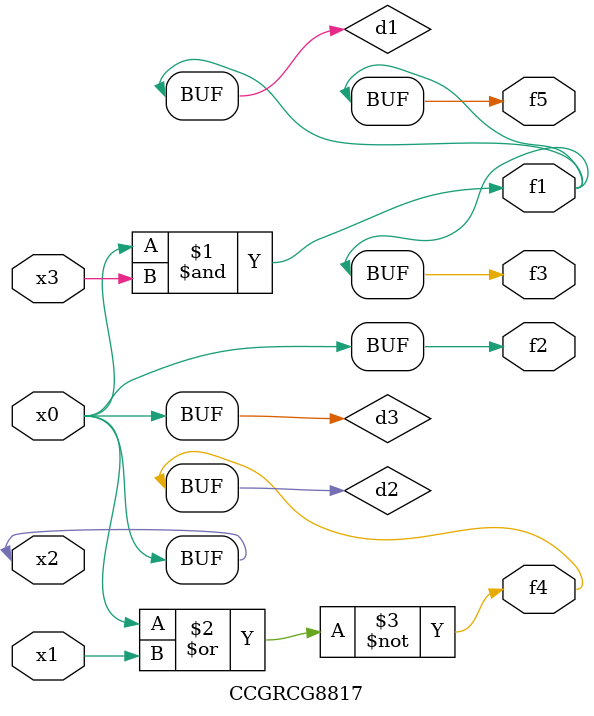
<source format=v>
module CCGRCG8817(
	input x0, x1, x2, x3,
	output f1, f2, f3, f4, f5
);

	wire d1, d2, d3;

	and (d1, x2, x3);
	nor (d2, x0, x1);
	buf (d3, x0, x2);
	assign f1 = d1;
	assign f2 = d3;
	assign f3 = d1;
	assign f4 = d2;
	assign f5 = d1;
endmodule

</source>
